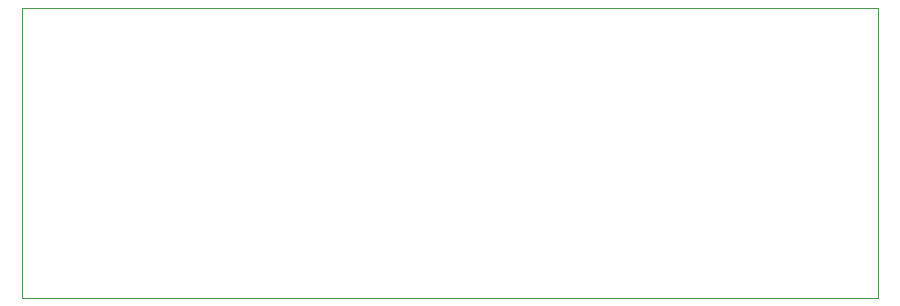
<source format=gbr>
%TF.GenerationSoftware,KiCad,Pcbnew,5.1.9-73d0e3b20d~88~ubuntu20.04.1*%
%TF.CreationDate,2021-03-07T16:47:50-05:00*%
%TF.ProjectId,hexdisplay16,68657864-6973-4706-9c61-7931362e6b69,rev?*%
%TF.SameCoordinates,Original*%
%TF.FileFunction,Profile,NP*%
%FSLAX46Y46*%
G04 Gerber Fmt 4.6, Leading zero omitted, Abs format (unit mm)*
G04 Created by KiCad (PCBNEW 5.1.9-73d0e3b20d~88~ubuntu20.04.1) date 2021-03-07 16:47:50*
%MOMM*%
%LPD*%
G01*
G04 APERTURE LIST*
%TA.AperFunction,Profile*%
%ADD10C,0.050000*%
%TD*%
G04 APERTURE END LIST*
D10*
X76000000Y-117200000D02*
X76200000Y-117200000D01*
X76000000Y-141800000D02*
X76000000Y-117200000D01*
X148500000Y-117200000D02*
X76200000Y-117200000D01*
X148500000Y-141800000D02*
X148500000Y-117200000D01*
X76000000Y-141800000D02*
X148500000Y-141800000D01*
M02*

</source>
